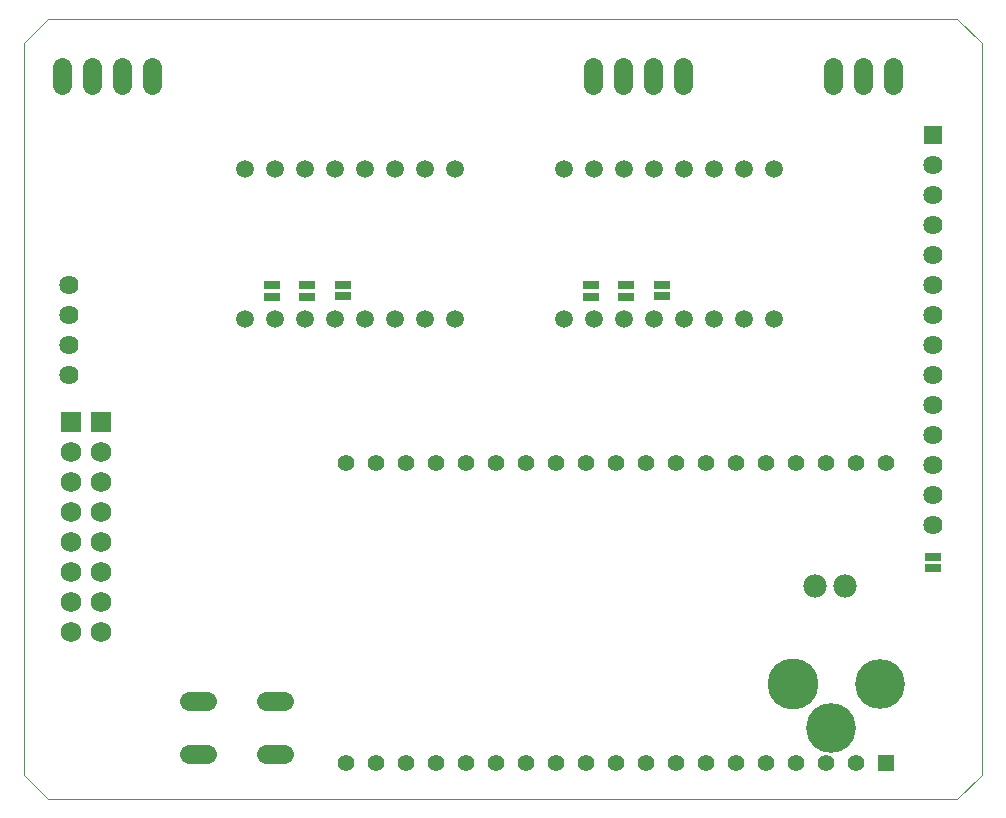
<source format=gbs>
G75*
%MOIN*%
%OFA0B0*%
%FSLAX25Y25*%
%IPPOS*%
%LPD*%
%AMOC8*
5,1,8,0,0,1.08239X$1,22.5*
%
%ADD10C,0.00000*%
%ADD11C,0.06400*%
%ADD12R,0.06400X0.06400*%
%ADD13R,0.05550X0.05550*%
%ADD14C,0.05550*%
%ADD15C,0.05943*%
%ADD16R,0.05400X0.02900*%
%ADD17C,0.16998*%
%ADD18C,0.16600*%
%ADD19C,0.07800*%
%ADD20C,0.06337*%
%ADD21C,0.06400*%
%ADD22R,0.06900X0.06900*%
%ADD23C,0.06900*%
D10*
X0001000Y0008874D02*
X0001000Y0252969D01*
X0008874Y0260843D01*
X0312024Y0260843D01*
X0320409Y0252969D01*
X0320409Y0008874D01*
X0312024Y0001000D01*
X0008874Y0001000D01*
X0001000Y0008874D01*
D11*
X0016039Y0142063D03*
X0016039Y0152063D03*
X0016039Y0162063D03*
X0016039Y0172063D03*
X0304150Y0172063D03*
X0304150Y0182063D03*
X0304150Y0192063D03*
X0304150Y0202063D03*
X0304150Y0212063D03*
X0304150Y0162063D03*
X0304150Y0152063D03*
X0304150Y0142063D03*
X0304150Y0132063D03*
X0304150Y0122063D03*
X0304150Y0112063D03*
X0304150Y0102063D03*
X0304150Y0092063D03*
D12*
X0304150Y0222063D03*
D13*
X0288402Y0012811D03*
D14*
X0278402Y0012811D03*
X0268402Y0012811D03*
X0258402Y0012811D03*
X0248402Y0012811D03*
X0238402Y0012811D03*
X0228402Y0012811D03*
X0218402Y0012811D03*
X0208402Y0012811D03*
X0198402Y0012811D03*
X0188402Y0012811D03*
X0178402Y0012811D03*
X0168402Y0012811D03*
X0158402Y0012811D03*
X0148402Y0012811D03*
X0138402Y0012811D03*
X0128402Y0012811D03*
X0118402Y0012811D03*
X0108402Y0012811D03*
X0108402Y0112811D03*
X0118402Y0112811D03*
X0128402Y0112811D03*
X0138402Y0112811D03*
X0148402Y0112811D03*
X0158402Y0112811D03*
X0168402Y0112811D03*
X0178402Y0112811D03*
X0188402Y0112811D03*
X0198402Y0112811D03*
X0208402Y0112811D03*
X0218402Y0112811D03*
X0228402Y0112811D03*
X0238402Y0112811D03*
X0248402Y0112811D03*
X0258402Y0112811D03*
X0268402Y0112811D03*
X0278402Y0112811D03*
X0288402Y0112811D03*
D15*
X0251039Y0160724D03*
X0241039Y0160724D03*
X0231039Y0160724D03*
X0221039Y0160724D03*
X0211039Y0160724D03*
X0201039Y0160724D03*
X0191039Y0160724D03*
X0181039Y0160724D03*
X0144740Y0160724D03*
X0134740Y0160724D03*
X0124740Y0160724D03*
X0114740Y0160724D03*
X0104740Y0160724D03*
X0094740Y0160724D03*
X0084740Y0160724D03*
X0074740Y0160724D03*
X0074740Y0210724D03*
X0084740Y0210724D03*
X0094740Y0210724D03*
X0104740Y0210724D03*
X0114740Y0210724D03*
X0124740Y0210724D03*
X0134740Y0210724D03*
X0144740Y0210724D03*
X0181039Y0210724D03*
X0191039Y0210724D03*
X0201039Y0210724D03*
X0211039Y0210724D03*
X0221039Y0210724D03*
X0231039Y0210724D03*
X0241039Y0210724D03*
X0251039Y0210724D03*
D16*
X0213598Y0172063D03*
X0213598Y0168520D03*
X0201787Y0168291D03*
X0201787Y0172291D03*
X0189976Y0172291D03*
X0189976Y0168291D03*
X0107299Y0168520D03*
X0107299Y0172063D03*
X0095488Y0172291D03*
X0095488Y0168291D03*
X0083677Y0168291D03*
X0083677Y0172291D03*
X0304150Y0081512D03*
X0304150Y0077969D03*
D17*
X0257387Y0039189D03*
D18*
X0269898Y0024380D03*
X0286209Y0039089D03*
D19*
X0274780Y0071866D03*
X0264780Y0071866D03*
D20*
X0087630Y0033480D02*
X0081693Y0033480D01*
X0081693Y0015764D02*
X0087630Y0015764D01*
X0062039Y0015764D02*
X0056102Y0015764D01*
X0056102Y0033480D02*
X0062039Y0033480D01*
D21*
X0043559Y0238906D02*
X0043559Y0244906D01*
X0033559Y0244906D02*
X0033559Y0238906D01*
X0023559Y0238906D02*
X0023559Y0244906D01*
X0013559Y0244906D02*
X0013559Y0238906D01*
X0190724Y0238906D02*
X0190724Y0244906D01*
X0200724Y0244906D02*
X0200724Y0238906D01*
X0210724Y0238906D02*
X0210724Y0244906D01*
X0220724Y0244906D02*
X0220724Y0238906D01*
X0270528Y0238906D02*
X0270528Y0244906D01*
X0280528Y0244906D02*
X0280528Y0238906D01*
X0290528Y0238906D02*
X0290528Y0244906D01*
D22*
X0026748Y0126551D03*
X0016748Y0126551D03*
D23*
X0016748Y0116551D03*
X0016748Y0106551D03*
X0016748Y0096551D03*
X0026748Y0096551D03*
X0026748Y0106551D03*
X0026748Y0116551D03*
X0026748Y0086551D03*
X0026748Y0076551D03*
X0026748Y0066551D03*
X0026748Y0056551D03*
X0016748Y0056551D03*
X0016748Y0066551D03*
X0016748Y0076551D03*
X0016748Y0086551D03*
M02*

</source>
